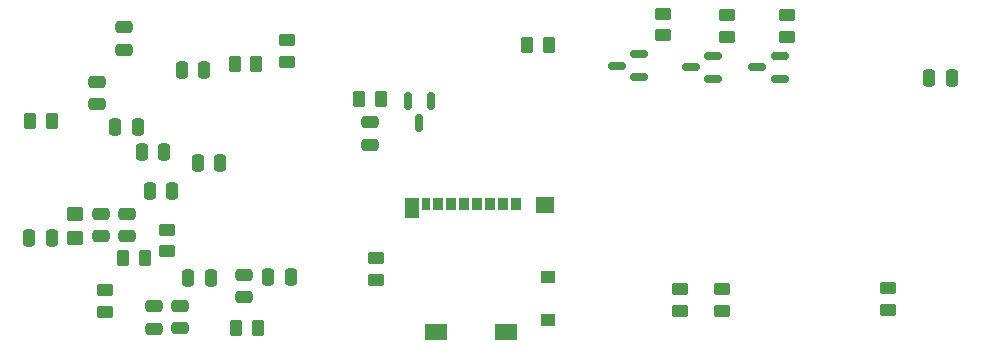
<source format=gbr>
%TF.GenerationSoftware,KiCad,Pcbnew,(6.0.1)*%
%TF.CreationDate,2022-04-25T15:24:58-05:00*%
%TF.ProjectId,Airbrake Controller,41697262-7261-46b6-9520-436f6e74726f,rev?*%
%TF.SameCoordinates,Original*%
%TF.FileFunction,Paste,Bot*%
%TF.FilePolarity,Positive*%
%FSLAX46Y46*%
G04 Gerber Fmt 4.6, Leading zero omitted, Abs format (unit mm)*
G04 Created by KiCad (PCBNEW (6.0.1)) date 2022-04-25 15:24:58*
%MOMM*%
%LPD*%
G01*
G04 APERTURE LIST*
G04 Aperture macros list*
%AMRoundRect*
0 Rectangle with rounded corners*
0 $1 Rounding radius*
0 $2 $3 $4 $5 $6 $7 $8 $9 X,Y pos of 4 corners*
0 Add a 4 corners polygon primitive as box body*
4,1,4,$2,$3,$4,$5,$6,$7,$8,$9,$2,$3,0*
0 Add four circle primitives for the rounded corners*
1,1,$1+$1,$2,$3*
1,1,$1+$1,$4,$5*
1,1,$1+$1,$6,$7*
1,1,$1+$1,$8,$9*
0 Add four rect primitives between the rounded corners*
20,1,$1+$1,$2,$3,$4,$5,0*
20,1,$1+$1,$4,$5,$6,$7,0*
20,1,$1+$1,$6,$7,$8,$9,0*
20,1,$1+$1,$8,$9,$2,$3,0*%
G04 Aperture macros list end*
%ADD10RoundRect,0.150000X0.587500X0.150000X-0.587500X0.150000X-0.587500X-0.150000X0.587500X-0.150000X0*%
%ADD11RoundRect,0.250000X-0.450000X0.262500X-0.450000X-0.262500X0.450000X-0.262500X0.450000X0.262500X0*%
%ADD12RoundRect,0.250000X-0.475000X0.250000X-0.475000X-0.250000X0.475000X-0.250000X0.475000X0.250000X0*%
%ADD13RoundRect,0.250000X-0.262500X-0.450000X0.262500X-0.450000X0.262500X0.450000X-0.262500X0.450000X0*%
%ADD14RoundRect,0.250000X0.475000X-0.250000X0.475000X0.250000X-0.475000X0.250000X-0.475000X-0.250000X0*%
%ADD15RoundRect,0.250000X0.450000X-0.262500X0.450000X0.262500X-0.450000X0.262500X-0.450000X-0.262500X0*%
%ADD16RoundRect,0.250000X0.250000X0.475000X-0.250000X0.475000X-0.250000X-0.475000X0.250000X-0.475000X0*%
%ADD17RoundRect,0.250000X-0.250000X-0.475000X0.250000X-0.475000X0.250000X0.475000X-0.250000X0.475000X0*%
%ADD18RoundRect,0.150000X-0.150000X0.587500X-0.150000X-0.587500X0.150000X-0.587500X0.150000X0.587500X0*%
%ADD19RoundRect,0.250000X0.262500X0.450000X-0.262500X0.450000X-0.262500X-0.450000X0.262500X-0.450000X0*%
%ADD20R,0.850000X1.100000*%
%ADD21R,0.750000X1.100000*%
%ADD22R,1.200000X1.000000*%
%ADD23R,1.170000X1.800000*%
%ADD24R,1.900000X1.350000*%
%ADD25R,1.550000X1.350000*%
%ADD26RoundRect,0.250000X-0.450000X0.350000X-0.450000X-0.350000X0.450000X-0.350000X0.450000X0.350000X0*%
G04 APERTURE END LIST*
D10*
%TO.C,Q3*%
X168127833Y-91842835D03*
X168127833Y-93742835D03*
X166252833Y-92792835D03*
%TD*%
D11*
%TO.C,R6*%
X116648613Y-111666014D03*
X116648613Y-113491014D03*
%TD*%
D12*
%TO.C,C10*%
X139074637Y-97457660D03*
X139074637Y-99357660D03*
%TD*%
D11*
%TO.C,R9*%
X139542932Y-108950993D03*
X139542932Y-110775993D03*
%TD*%
D13*
%TO.C,R10*%
X152350719Y-90936241D03*
X154175719Y-90936241D03*
%TD*%
D14*
%TO.C,C1*%
X120809307Y-114915412D03*
X120809307Y-113015412D03*
%TD*%
D15*
%TO.C,R14*%
X174332642Y-90196916D03*
X174332642Y-88371916D03*
%TD*%
D16*
%TO.C,C17*%
X112113459Y-107240058D03*
X110213459Y-107240058D03*
%TD*%
D17*
%TO.C,C8*%
X119742731Y-99999562D03*
X121642731Y-99999562D03*
%TD*%
D15*
%TO.C,R12*%
X168866150Y-113418105D03*
X168866150Y-111593105D03*
%TD*%
%TO.C,R15*%
X169274777Y-90186348D03*
X169274777Y-88361348D03*
%TD*%
D16*
%TO.C,C9*%
X132335699Y-110581768D03*
X130435699Y-110581768D03*
%TD*%
D10*
%TO.C,Q4*%
X161823395Y-91686342D03*
X161823395Y-93586342D03*
X159948395Y-92636342D03*
%TD*%
D17*
%TO.C,C11*%
X120422760Y-103291550D03*
X122322760Y-103291550D03*
%TD*%
D16*
%TO.C,C7*%
X125568409Y-110617952D03*
X123668409Y-110617952D03*
%TD*%
D15*
%TO.C,R3*%
X121865237Y-108356138D03*
X121865237Y-106531138D03*
%TD*%
D18*
%TO.C,Q1*%
X142301138Y-95617578D03*
X144201138Y-95617578D03*
X143251138Y-97492578D03*
%TD*%
D15*
%TO.C,R13*%
X165350390Y-113418105D03*
X165350390Y-111593105D03*
%TD*%
D16*
%TO.C,C14*%
X119378441Y-97882304D03*
X117478441Y-97882304D03*
%TD*%
D15*
%TO.C,R7*%
X132072880Y-92312283D03*
X132072880Y-90487283D03*
%TD*%
D17*
%TO.C,C6*%
X124471372Y-100915923D03*
X126371372Y-100915923D03*
%TD*%
D19*
%TO.C,R4*%
X119990971Y-108954598D03*
X118165971Y-108954598D03*
%TD*%
D12*
%TO.C,C15*%
X118524620Y-105170573D03*
X118524620Y-107070573D03*
%TD*%
D19*
%TO.C,R1*%
X129572413Y-114881528D03*
X127747413Y-114881528D03*
%TD*%
%TO.C,R8*%
X129446535Y-92475243D03*
X127621535Y-92475243D03*
%TD*%
D15*
%TO.C,R16*%
X163861823Y-90090082D03*
X163861823Y-88265082D03*
%TD*%
%TO.C,R11*%
X182886261Y-113338603D03*
X182886261Y-111513603D03*
%TD*%
D17*
%TO.C,C5*%
X186415664Y-93697416D03*
X188315664Y-93697416D03*
%TD*%
D20*
%TO.C,J4*%
X151457692Y-104348988D03*
X150357692Y-104348988D03*
X149257692Y-104348988D03*
X148157692Y-104348988D03*
X147057692Y-104348988D03*
X145957692Y-104348988D03*
X144857692Y-104348988D03*
D21*
X143807692Y-104348988D03*
D22*
X154092692Y-110498988D03*
X154092692Y-114198988D03*
D23*
X142597692Y-104698988D03*
D24*
X150592692Y-115173988D03*
X144622692Y-115173988D03*
D25*
X153917692Y-104473988D03*
%TD*%
D17*
%TO.C,C12*%
X123137945Y-93013319D03*
X125037945Y-93013319D03*
%TD*%
D14*
%TO.C,C4*%
X118214628Y-91288153D03*
X118214628Y-89388153D03*
%TD*%
D12*
%TO.C,C16*%
X116267841Y-105186579D03*
X116267841Y-107086579D03*
%TD*%
%TO.C,C13*%
X128420820Y-110352536D03*
X128420820Y-112252536D03*
%TD*%
D14*
%TO.C,C3*%
X122985083Y-114864517D03*
X122985083Y-112964517D03*
%TD*%
D12*
%TO.C,C2*%
X115974602Y-94010186D03*
X115974602Y-95910186D03*
%TD*%
D13*
%TO.C,R2*%
X138148145Y-95469164D03*
X139973145Y-95469164D03*
%TD*%
D10*
%TO.C,Q2*%
X173745007Y-91842835D03*
X173745007Y-93742835D03*
X171870007Y-92792835D03*
%TD*%
D26*
%TO.C,FB1*%
X114059077Y-105232612D03*
X114059077Y-107232612D03*
%TD*%
D13*
%TO.C,R5*%
X110271687Y-97347545D03*
X112096687Y-97347545D03*
%TD*%
M02*

</source>
